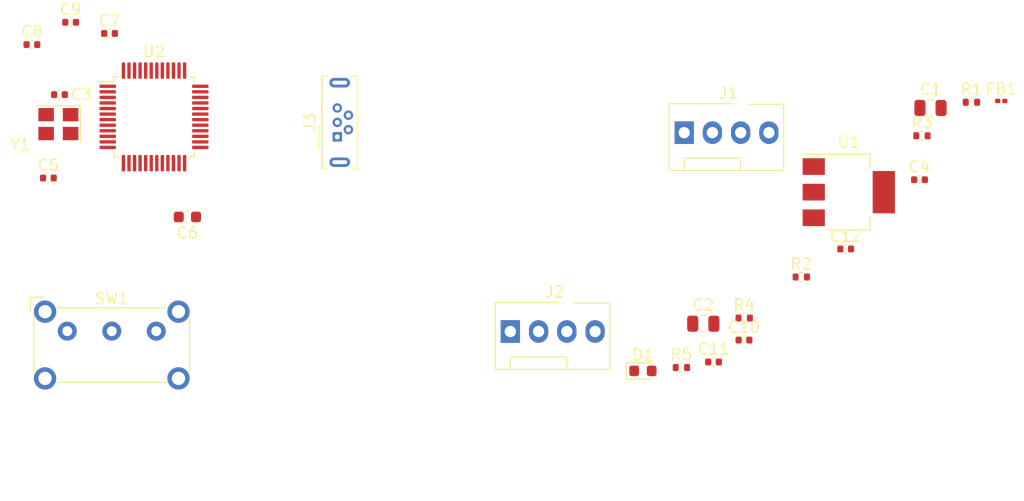
<source format=kicad_pcb>
(kicad_pcb (version 20211014) (generator pcbnew)
  (layers (0 "F.Cu" signal) (31 "B.Cu" power) (34 "B.Paste" user) (35 "F.Paste" user) (36 "B.SilkS" user "B.Silkscreen") (37 "F.SilkS" user "F.Silkscreen") (38 "B.Mask" user) (39 "F.Mask" user) (44 "Edge.Cuts" user))
  (net 0 "")
  (net 1 "VBUS")
  (net 2 "GND")
  (net 3 "+3.3V")
  (net 4 "/HSE_OUT")
  (net 5 "/NRESET")
  (net 6 "/HSE_IN")
  (net 7 "+3.3VA")
  (net 8 "/PW_LED_K")
  (net 9 "/I2C_CLK")
  (net 10 "/I2C_DATA")
  (net 11 "/SW_DIO")
  (net 12 "/SW_CLK")
  (net 13 "/USB_D-")
  (net 14 "/USB_D+")
  (net 17 "/SWBOOT")
  (net 18 "Net-(R4-Pad2)")
  (footprint "Capacitor_SMD:C_0805_2012Metric" (layer "F.Cu") (at 147.32 76.2)
    (fp_text reference "C1" (at 0 -1.68) (layer "F.SilkS"))
    (fp_text value "22u")
    (fp_line (start -0.261252 0.735) (end 0.261252 0.735) (layer "F.SilkS") (width 0.12))
    (fp_line (start -0.261252 -0.735) (end 0.261252 -0.735) (layer "F.SilkS") (width 0.12))
    (pad "1" smd roundrect (at -0.95 0) (size 1 1.45) (layers "F.Cu" "F.Paste" "F.Mask") (net 1 "VBUS"))
    (pad "2" smd roundrect (at 0.95 0) (size 1 1.45) (layers "F.Cu" "F.Paste" "F.Mask") (net 2 "GND"))
  )
  (footprint "Capacitor_SMD:C_0402_1005Metric" (layer "F.Cu") (at 127.81 99.04)
    (fp_text reference "C11" (at 0 -1.16) (layer "F.SilkS"))
    (fp_text value "1u")
    (fp_line (start -0.107836 0.36) (end 0.107836 0.36) (layer "F.SilkS") (width 0.12))
    (fp_line (start -0.107836 -0.36) (end 0.107836 -0.36) (layer "F.SilkS") (width 0.12))
    (pad "1" smd roundrect (at -0.48 0) (size 0.56 0.62) (layers "F.Cu" "F.Paste" "F.Mask") (net 7 "+3.3VA"))
    (pad "2" smd roundrect (at 0.48 0) (size 0.56 0.62) (layers "F.Cu" "F.Paste" "F.Mask") (net 2 "GND"))
  )
  (footprint "Package_QFP:LQFP-48_7x7mm_P0.5mm" (layer "F.Cu") (at 77.5 77)
    (fp_text reference "U2" (at 0 -5.85) (layer "F.SilkS"))
    (fp_text value "STM32F103C8Tx")
    (fp_line (start -3.16 3.61) (end -3.61 3.61) (layer "F.SilkS") (width 0.12))
    (fp_line (start -3.61 3.61) (end -3.61 3.16) (layer "F.SilkS") (width 0.12))
    (fp_line (start 3.16 -3.61) (end 3.61 -3.61) (layer "F.SilkS") (width 0.12))
    (fp_line (start 3.61 -3.61) (end 3.61 -3.16) (layer "F.SilkS") (width 0.12))
    (fp_line (start -3.16 -3.61) (end -3.61 -3.61) (layer "F.SilkS") (width 0.12))
    (fp_line (start 3.16 3.61) (end 3.61 3.61) (layer "F.SilkS") (width 0.12))
    (fp_line (start -3.61 -3.61) (end -3.61 -3.16) (layer "F.SilkS") (width 0.12))
    (fp_line (start -3.61 -3.16) (end -4.9 -3.16) (layer "F.SilkS") (width 0.12))
    (fp_line (start 3.61 3.61) (end 3.61 3.16) (layer "F.SilkS") (width 0.12))
    (pad "1" smd roundrect (at -4.1625 -2.75) (size 1.475 0.3) (layers "F.Cu" "F.Paste" "F.Mask") (net 3 "+3.3V"))
    (pad "2" smd roundrect (at -4.1625 -2.25) (size 1.475 0.3) (layers "F.Cu" "F.Paste" "F.Mask"))
    (pad "3" smd roundrect (at -4.1625 -1.75) (size 1.475 0.3) (layers "F.Cu" "F.Paste" "F.Mask"))
    (pad "4" smd roundrect (at -4.1625 -1.25) (size 1.475 0.3) (layers "F.Cu" "F.Paste" "F.Mask"))
    (pad "5" smd roundrect (at -4.1625 -0.75) (size 1.475 0.3) (layers "F.Cu" "F.Paste" "F.Mask") (net 4 "/HSE_OUT"))
    (pad "6" smd roundrect (at -4.1625 -0.25) (size 1.475 0.3) (layers "F.Cu" "F.Paste" "F.Mask") (net 6 "/HSE_IN"))
    (pad "7" smd roundrect (at -4.1625 0.25) (size 1.475 0.3) (layers "F.Cu" "F.Paste" "F.Mask") (net 5 "/NRESET"))
    (pad "8" smd roundrect (at -4.1625 0.75) (size 1.475 0.3) (layers "F.Cu" "F.Paste" "F.Mask") (net 2 "GND"))
    (pad "9" smd roundrect (at -4.1625 1.25) (size 1.475 0.3) (layers "F.Cu" "F.Paste" "F.Mask") (net 7 "+3.3VA"))
    (pad "10" smd roundrect (at -4.1625 1.75) (size 1.475 0.3) (layers "F.Cu" "F.Paste" "F.Mask"))
    (pad "11" smd roundrect (at -4.1625 2.25) (size 1.475 0.3) (layers "F.Cu" "F.Paste" "F.Mask"))
    (pad "12" smd roundrect (at -4.1625 2.75) (size 1.475 0.3) (layers "F.Cu" "F.Paste" "F.Mask"))
    (pad "13" smd roundrect (at -2.75 4.1625) (size 0.3 1.475) (layers "F.Cu" "F.Paste" "F.Mask"))
    (pad "14" smd roundrect (at -2.25 4.1625) (size 0.3 1.475) (layers "F.Cu" "F.Paste" "F.Mask"))
    (pad "15" smd roundrect (at -1.75 4.1625) (size 0.3 1.475) (layers "F.Cu" "F.Paste" "F.Mask"))
    (pad "16" smd roundrect (at -1.25 4.1625) (size 0.3 1.475) (layers "F.Cu" "F.Paste" "F.Mask"))
    (pad "17" smd roundrect (at -0.75 4.1625) (size 0.3 1.475) (layers "F.Cu" "F.Paste" "F.Mask"))
    (pad "18" smd roundrect (at -0.25 4.1625) (size 0.3 1.475) (layers "F.Cu" "F.Paste" "F.Mask"))
    (pad "19" smd roundrect (at 0.25 4.1625) (size 0.3 1.475) (layers "F.Cu" "F.Paste" "F.Mask"))
    (pad "20" smd roundrect (at 0.75 4.1625) (size 0.3 1.475) (layers "F.Cu" "F.Paste" "F.Mask"))
    (pad "21" smd roundrect (at 1.25 4.1625) (size 0.3 1.475) (layers "F.Cu" "F.Paste" "F.Mask") (net 9 "/I2C_CLK"))
    (pad "22" smd roundrect (at 1.75 4.1625) (size 0.3 1.475) (layers "F.Cu" "F.Paste" "F.Mask") (net 10 "/I2C_DATA"))
    (pad "23" smd roundrect (at 2.25 4.1625) (size 0.3 1.475) (layers "F.Cu" "F.Paste" "F.Mask") (net 2 "GND"))
    (pad "24" smd roundrect (at 2.75 4.1625) (size 0.3 1.475) (layers "F.Cu" "F.Paste" "F.Mask") (net 3 "+3.3V"))
    (pad "25" smd roundrect (at 4.1625 2.75) (size 1.475 0.3) (layers "F.Cu" "F.Paste" "F.Mask"))
    (pad "26" smd roundrect (at 4.1625 2.25) (size 1.475 0.3) (layers "F.Cu" "F.Paste" "F.Mask"))
    (pad "27" smd roundrect (at 4.1625 1.75) (size 1.475 0.3) (layers "F.Cu" "F.Paste" "F.Mask"))
    (pad "28" smd roundrect (at 4.1625 1.25) (size 1.475 0.3) (layers "F.Cu" "F.Paste" "F.Mask"))
    (pad "29" smd roundrect (at 4.1625 0.75) (size 1.475 0.3) (layers "F.Cu" "F.Paste" "F.Mask"))
    (pad "30" smd roundrect (at 4.1625 0.25) (size 1.475 0.3) (layers "F.Cu" "F.Paste" "F.Mask"))
    (pad "31" smd roundrect (at 4.1625 -0.25) (size 1.475 0.3) (layers "F.Cu" "F.Paste" "F.Mask"))
    (pad "32" smd roundrect (at 4.1625 -0.75) (size 1.475 0.3) (layers "F.Cu" "F.Paste" "F.Mask") (net 13 "/USB_D-"))
    (pad "33" smd roundrect (at 4.1625 -1.25) (size 1.475 0.3) (layers "F.Cu" "F.Paste" "F.Mask") (net 14 "/USB_D+"))
    (pad "34" smd roundrect (at 4.1625 -1.75) (size 1.475 0.3) (layers "F.Cu" "F.Paste" "F.Mask") (net 11 "/SW_DIO"))
    (pad "35" smd roundrect (at 4.1625 -2.25) (size 1.475 0.3) (layers "F.Cu" "F.Paste" "F.Mask") (net 2 "GND"))
    (pad "36" smd roundrect (at 4.1625 -2.75) (size 1.475 0.3) (layers "F.Cu" "F.Paste" "F.Mask") (net 3 "+3.3V"))
    (pad "37" smd roundrect (at 2.75 -4.1625) (size 0.3 1.475) (layers "F.Cu" "F.Paste" "F.Mask") (net 12 "/SW_CLK"))
    (pad "38" smd roundrect (at 2.25 -4.1625) (size 0.3 1.475) (layers "F.Cu" "F.Paste" "F.Mask"))
    (pad "39" smd roundrect (at 1.75 -4.1625) (size 0.3 1.475) (layers "F.Cu" "F.Paste" "F.Mask"))
    (pad "40" smd roundrect (at 1.25 -4.1625) (size 0.3 1.475) (layers "F.Cu" "F.Paste" "F.Mask"))
    (pad "41" smd roundrect (at 0.75 -4.1625) (size 0.3 1.475) (layers "F.Cu" "F.Paste" "F.Mask"))
    (pad "42" smd roundrect (at 0.25 -4.1625) (size 0.3 1.475) (layers "F.Cu" "F.Paste" "F.Mask"))
    (pad "43" smd roundrect (at -0.25 -4.1625) (size 0.3 1.475) (layers "F.Cu" "F.Paste" "F.Mask"))
    (pad "44" smd roundrect (at -0.75 -4.1625) (size 0.3 1.475) (layers "F.Cu" "F.Paste" "F.Mask") (net 18 "Net-(R4-Pad2)"))
    (pad "45" smd roundrect (at -1.25 -4.1625) (size 0.3 1.475) (layers "F.Cu" "F.Paste" "F.Mask"))
    (pad "46" smd roundrect (at -1.75 -4.1625) (size 0.3 1.475) (layers "F.Cu" "F.Paste" "F.Mask"))
    (pad "47" smd roundrect (at -2.25 -4.1625) (size 0.3 1.475) (layers "F.Cu" "F.Paste" "F.Mask") (net 2 "GND"))
    (pad "48" smd roundrect (at -2.75 -4.1625) (size 0.3 1.475) (layers "F.Cu" "F.Paste" "F.Mask") (net 3 "+3.3V"))
  )
  (footprint "Capacitor_SMD:C_0402_1005Metric" (layer "F.Cu") (at 130.55 97.07)
    (fp_text reference "C10" (at 0 -1.16) (layer "F.SilkS"))
    (fp_text value "10n")
    (fp_line (start -0.107836 -0.36) (end 0.107836 -0.36) (layer "F.SilkS") (width 0.12))
    (fp_line (start -0.107836 0.36) (end 0.107836 0.36) (layer "F.SilkS") (width 0.12))
    (pad "1" smd roundrect (at -0.48 0) (size 0.56 0.62) (layers "F.Cu" "F.Paste" "F.Mask") (net 7 "+3.3VA"))
    (pad "2" smd roundrect (at 0.48 0) (size 0.56 0.62) (layers "F.Cu" "F.Paste" "F.Mask") (net 2 "GND"))
  )
  (footprint "Package_TO_SOT_SMD:SOT-223-3_TabPin2" (layer "F.Cu") (at 139.97 83.77)
    (fp_text reference "U1" (at 0 -4.5) (layer "F.SilkS"))
    (fp_text value "AMS1117-3.3")
    (fp_line (start 1.91 3.41) (end 1.91 2.15) (layer "F.SilkS") (width 0.12))
    (fp_line (start 1.91 -3.41) (end 1.91 -2.15) (layer "F.SilkS") (width 0.12))
    (fp_line (start -1.85 3.41) (end 1.91 3.41) (layer "F.SilkS") (width 0.12))
    (fp_line (start -4.1 -3.41) (end 1.91 -3.41) (layer "F.SilkS") (width 0.12))
    (pad "1" smd rect (at -3.15 -2.3) (size 2 1.5) (layers "F.Cu" "F.Paste" "F.Mask") (net 2 "GND"))
    (pad "2" smd rect (at 3.15 0) (size 2 3.8) (layers "F.Cu" "F.Paste" "F.Mask") (net 3 "+3.3V"))
    (pad "2" smd rect (at -3.15 0) (size 2 1.5) (layers "F.Cu" "F.Paste" "F.Mask") (net 3 "+3.3V"))
    (pad "3" smd rect (at -3.15 2.3) (size 2 1.5) (layers "F.Cu" "F.Paste" "F.Mask") (net 1 "VBUS"))
  )
  (footprint "Capacitor_SMD:C_0402_1005Metric" (layer "F.Cu") (at 146.33 82.65)
    (fp_text reference "C4" (at 0 -1.16) (layer "F.SilkS"))
    (fp_text value "100n")
    (fp_line (start -0.107836 0.36) (end 0.107836 0.36) (layer "F.SilkS") (width 0.12))
    (fp_line (start -0.107836 -0.36) (end 0.107836 -0.36) (layer "F.SilkS") (width 0.12))
    (pad "1" smd roundrect (at -0.48 0) (size 0.56 0.62) (layers "F.Cu" "F.Paste" "F.Mask") (net 5 "/NRESET"))
    (pad "2" smd roundrect (at 0.48 0) (size 0.56 0.62) (layers "F.Cu" "F.Paste" "F.Mask") (net 2 "GND"))
  )
  (footprint "Connector_USB:USB_Micro-B_Wuerth_614105150721_Vertical" (layer "F.Cu") (at 93.98 78.8 90)
    (fp_text reference "J3" (at 1.3 -2.48 90) (layer "F.SilkS"))
    (fp_text value "USB_B_Mini")
    (fp_line (start -2.85 -0.905) (end -2.85 -1.38) (layer "F.SilkS") (width 0.15))
    (fp_line (start -2.85 -1.38) (end 5.45 -1.38) (layer "F.SilkS") (width 0.15))
    (fp_line (start 5.45 1.82) (end 5.45 1.345) (layer "F.SilkS") (width 0.15))
    (fp_line (start -1 -1.68) (end 1 -1.68) (layer "F.SilkS") (width 0.15))
    (fp_line (start 5.45 -1.38) (end 5.45 -0.905) (layer "F.SilkS") (width 0.15))
    (fp_line (start -2.85 1.82) (end 5.45 1.82) (layer "F.SilkS") (width 0.15))
    (fp_line (start -2.85 1.345) (end -2.85 1.82) (layer "F.SilkS") (width 0.15))
    (pad "1" thru_hole rect (at 0 0 90) (size 0.84 0.84) (drill 0.44) (layers *.Cu *.Mask) (net 1 "VBUS"))
    (pad "2" thru_hole circle (at 0.65 1 90) (size 0.84 0.84) (drill 0.44) (layers *.Cu *.Mask) (net 13 "/USB_D-"))
    (pad "3" thru_hole circle (at 1.3 0 90) (size 0.84 0.84) (drill 0.44) (layers *.Cu *.Mask) (net 14 "/USB_D+"))
    (pad "4" thru_hole circle (at 1.95 1 90) (size 0.84 0.84) (drill 0.44) (layers *.Cu *.Mask))
    (pad "5" thru_hole circle (at 2.6 0 90) (size 0.84 0.84) (drill 0.44) (layers *.Cu *.Mask) (net 2 "GND"))
    (pad "6" thru_hole oval (at -2.275 0.22 90) (size 0.85 1.85) (drill oval 0.35 1.35) (layers *.Cu *.Mask))
    (pad "6" thru_hole oval (at 4.875 0.22 90) (size 0.85 1.85) (drill oval 0.35 1.35) (layers *.Cu *.Mask))
  )
  (footprint "Resistor_SMD:R_0402_1005Metric" (layer "F.Cu") (at 146.55 78.7)
    (fp_text reference "R3" (at 0 -1.17) (layer "F.SilkS"))
    (fp_text value "1k5")
    (fp_line (start -0.153641 -0.38) (end 0.153641 -0.38) (layer "F.SilkS") (width 0.12))
    (fp_line (start -0.153641 0.38) (end 0.153641 0.38) (layer "F.SilkS") (width 0.12))
    (pad "1" smd roundrect (at -0.51 0) (size 0.54 0.64) (layers "F.Cu" "F.Paste" "F.Mask") (net 3 "+3.3V"))
    (pad "2" smd roundrect (at 0.51 0) (size 0.54 0.64) (layers "F.Cu" "F.Paste" "F.Mask") (net 10 "/I2C_DATA"))
  )
  (footprint "Capacitor_SMD:C_0402_1005Metric" (layer "F.Cu") (at 66.52 70.5)
    (fp_text reference "C8" (at 0 -1.16) (layer "F.SilkS"))
    (fp_text value "100n")
    (fp_line (start -0.107836 0.36) (end 0.107836 0.36) (layer "F.SilkS") (width 0.12))
    (fp_line (start -0.107836 -0.36) (end 0.107836 -0.36) (layer "F.SilkS") (width 0.12))
    (pad "1" smd roundrect (at -0.48 0) (size 0.56 0.62) (layers "F.Cu" "F.Paste" "F.Mask") (net 3 "+3.3V"))
    (pad "2" smd roundrect (at 0.48 0) (size 0.56 0.62) (layers "F.Cu" "F.Paste" "F.Mask") (net 2 "GND"))
  )
  (footprint "Capacitor_SMD:C_0402_1005Metric" (layer "F.Cu") (at 69 75 180)
    (fp_text reference "C3" (at -2 0) (layer "F.SilkS"))
    (fp_text value "10p")
    (fp_line (start -0.107836 0.36) (end 0.107836 0.36) (layer "F.SilkS") (width 0.12))
    (fp_line (start -0.107836 -0.36) (end 0.107836 -0.36) (layer "F.SilkS") (width 0.12))
    (pad "1" smd roundrect (at -0.48 0 180) (size 0.56 0.62) (layers "F.Cu" "F.Paste" "F.Mask") (net 4 "/HSE_OUT"))
    (pad "2" smd roundrect (at 0.48 0 180) (size 0.56 0.62) (layers "F.Cu" "F.Paste" "F.Mask") (net 2 "GND"))
  )
  (footprint "Button_Switch_THT:SW_E-Switch_EG1224_SPDT_Angled" (layer "F.Cu") (at 69.7025 96.2675)
    (fp_text reference "SW1" (at 4 -2.95) (layer "F.SilkS"))
    (fp_text value "SW_SPDT")
    (fp_line (start 8.95 4.6) (end -0.95 4.6) (layer "F.SilkS") (width 0.12))
    (fp_line (start -3.3 -3.05) (end -2 -3.05) (layer "F.SilkS") (width 0.12))
    (fp_line (start 11 -1.35) (end 11 3.85) (layer "F.SilkS") (width 0.12))
    (fp_line (start -3.3 -1.75) (end -3.3 -3.05) (layer "F.SilkS") (width 0.12))
    (fp_line (start -0.95 -2.1) (end 8.95 -2.1) (layer "F.SilkS") (width 0.12))
    (fp_line (start -3 3.85) (end -3 -1.35) (layer "F.SilkS") (width 0.12))
    (pad "" thru_hole circle (at -2 -1.75) (size 2 2) (drill 1.2) (layers *.Cu *.Mask))
    (pad "" thru_hole circle (at 10 -1.75) (size 2 2) (drill 1.2) (layers *.Cu *.Mask))
    (pad "" thru_hole circle (at 10 4.25) (size 2 2) (drill 1.2) (layers *.Cu *.Mask))
    (pad "" thru_hole circle (at -2 4.25) (size 2 2) (drill 1.2) (layers *.Cu *.Mask))
    (pad "1" thru_hole circle (at 0 0) (size 1.7 1.7) (drill 0.9) (layers *.Cu *.Mask) (net 2 "GND"))
    (pad "2" thru_hole circle (at 4 0) (size 1.7 1.7) (drill 0.9) (layers *.Cu *.Mask) (net 17 "/SWBOOT"))
    (pad "3" thru_hole circle (at 8 0) (size 1.7 1.7) (drill 0.9) (layers *.Cu *.Mask) (net 3 "+3.3V"))
  )
  (footprint "Capacitor_SMD:C_0603_1608Metric" (layer "F.Cu") (at 80.5 86 180)
    (fp_text reference "C6" (at 0 -1.43) (layer "F.SilkS"))
    (fp_text value "10u")
    (fp_line (start -0.14058 0.51) (end 0.14058 0.51) (layer "F.SilkS") (width 0.12))
    (fp_line (start -0.14058 -0.51) (end 0.14058 -0.51) (layer "F.SilkS") (width 0.12))
    (pad "1" smd roundrect (at -0.775 0 180) (size 0.9 0.95) (layers "F.Cu" "F.Paste" "F.Mask") (net 3 "+3.3V"))
    (pad "2" smd roundrect (at 0.775 0 180) (size 0.9 0.95) (layers "F.Cu" "F.Paste" "F.Mask") (net 2 "GND"))
  )
  (footprint "Connector:FanPinHeader_1x04_P2.54mm_Vertical" (layer "F.Cu") (at 125.17 78.42)
    (fp_text reference "J1" (at 4 -3.55) (layer "F.SilkS"))
    (fp_text value "Conn_01x04_Male")
    (fp_line (start 0 3.3) (end 0 2.29) (layer "F.SilkS") (width 0.12))
    (fp_line (start -1.35 -2.6) (end 4.4 -2.6) (layer "F.SilkS") (width 0.12))
    (fp_line (start 8.95 3.4) (end -1.35 3.4) (layer "F.SilkS") (width 0.12))
    (fp_line (start 0 2.29) (end 5.08 2.29) (layer "F.SilkS") (width 0.12))
    (fp_line (start 8.95 -2.55) (end 8.95 3.4) (layer "F.SilkS") (width 0.12))
    (fp_line (start 5.08 2.29) (end 5.08 3.3) (layer "F.SilkS") (width 0.12))
    (fp_line (start -1.35 3.4) (end -1.35 -2.6) (layer "F.SilkS") (width 0.12))
    (fp_line (start 5.75 -2.55) (end 8.95 -2.55) (layer "F.SilkS") (width 0.12))
    (pad "" np_thru_hole circle (at 5.08 -2.16 90) (size 1.1 1.1) (drill 1.1) (layers *.Cu *.Mask))
    (pad "1" thru_hole rect (at 0 0 90) (size 2.03 1.73) (drill 1.02) (layers *.Cu *.Mask) (net 3 "+3.3V"))
    (pad "2" thru_hole oval (at 2.54 0 90) (size 2.03 1.73) (drill 1.02) (layers *.Cu *.Mask) (net 9 "/I2C_CLK"))
    (pad "3" thru_hole oval (at 5.08 0 90) (size 2.03 1.73) (drill 1.02) (layers *.Cu *.Mask) (net 10 "/I2C_DATA"))
    (pad "4" thru_hole oval (at 7.62 0 90) (size 2.03 1.73) (drill 1.02) (layers *.Cu *.Mask) (net 2 "GND"))
  )
  (footprint "Resistor_SMD:R_0402_1005Metric" (layer "F.Cu") (at 151 75.69)
    (fp_text reference "R1" (at 0 -1.17) (layer "F.SilkS"))
    (fp_text value "1k5")
    (fp_line (start -0.153641 -0.38) (end 0.153641 -0.38) (layer "F.SilkS") (width 0.12))
    (fp_line (start -0.153641 0.38) (end 0.153641 0.38) (layer "F.SilkS") (width 0.12))
    (pad "1" smd roundrect (at -0.51 0) (size 0.54 0.64) (layers "F.Cu" "F.Paste" "F.Mask") (net 8 "/PW_LED_K"))
    (pad "2" smd roundrect (at 0.51 0) (size 0.54 0.64) (layers "F.Cu" "F.Paste" "F.Mask") (net 2 "GND"))
  )
  (footprint "Inductor_SMD:L_0201_0603Metric" (layer "F.Cu") (at 153.68 75.57)
    (fp_text reference "FB1" (at 0 -1.05) (layer "F.SilkS"))
    (fp_text value "120R")
    (pad "1" smd roundrect (at -0.32 0) (size 0.46 0.4) (layers "F.Cu" "F.Mask") (net 7 "+3.3VA"))
    (pad "2" smd roundrect (at 0.32 0) (size 0.46 0.4) (layers "F.Cu" "F.Mask") (net 3 "+3.3V"))
  )
  (footprint "LED_SMD:LED_0603_1608Metric" (layer "F.Cu") (at 121.46 99.84)
    (fp_text reference "D1" (at 0 -1.43) (layer "F.SilkS"))
    (fp_text value "RED")
    (fp_line (start 0.8 -0.735) (end -1.485 -0.735) (layer "F.SilkS") (width 0.12))
    (fp_line (start -1.485 -0.735) (end -1.485 0.735) (layer "F.SilkS") (width 0.12))
    (fp_line (start -1.485 0.735) (end 0.8 0.735) (layer "F.SilkS") (width 0.12))
    (pad "1" smd roundrect (at -0.7875 0) (size 0.875 0.95) (layers "F.Cu" "F.Paste" "F.Mask") (net 8 "/PW_LED_K"))
    (pad "2" smd roundrect (at 0.7875 0) (size 0.875 0.95) (layers "F.Cu" "F.Paste" "F.Mask") (net 3 "+3.3V"))
  )
  (footprint "Resistor_SMD:R_0402_1005Metric" (layer "F.Cu") (at 124.92 99.54)
    (fp_text reference "R5" (at 0 -1.17) (layer "F.SilkS"))
    (fp_text value "1k5")
    (fp_line (start -0.153641 -0.38) (end 0.153641 -0.38) (layer "F.SilkS") (width 0.12))
    (fp_line (start -0.153641 0.38) (end 0.153641 0.38) (layer "F.SilkS") (width 0.12))
    (pad "1" smd roundrect (at -0.51 0) (size 0.54 0.64) (layers "F.Cu" "F.Paste" "F.Mask") (net 3 "+3.3V"))
    (pad "2" smd roundrect (at 0.51 0) (size 0.54 0.64) (layers "F.Cu" "F.Paste" "F.Mask") (net 14 "/USB_D+"))
  )
  (footprint "Capacitor_SMD:C_0805_2012Metric" (layer "F.Cu") (at 126.89 95.6)
    (fp_text reference "C2" (at 0 -1.68) (layer "F.SilkS"))
    (fp_text value "22u")
    (fp_line (start -0.261252 -0.735) (end 0.261252 -0.735) (layer "F.SilkS") (width 0.12))
    (fp_line (start -0.261252 0.735) (end 0.261252 0.735) (layer "F.SilkS") (width 0.12))
    (pad "1" smd roundrect (at -0.95 0) (size 1 1.45) (layers "F.Cu" "F.Paste" "F.Mask") (net 3 "+3.3V"))
    (pad "2" smd roundrect (at 0.95 0) (size 1 1.45) (layers "F.Cu" "F.Paste" "F.Mask") (net 2 "GND"))
  )
  (footprint "Crystal:Crystal_SMD_3225-4Pin_3.2x2.5mm" (layer "F.Cu") (at 68.9 77.65 180)
    (fp_text reference "Y1" (at 3.4 -1.85) (layer "F.SilkS"))
    (fp_text value "16MHZ")
    (fp_line (start -2 1.65) (end 2 1.65) (layer "F.SilkS") (width 0.12))
    (fp_line (start -2 -1.65) (end -2 1.65) (layer "F.SilkS") (width 0.12))
    (pad "1" smd rect (at -1.1 0.85 180) (size 1.4 1.2) (layers "F.Cu" "F.Paste" "F.Mask") (net 4 "/HSE_OUT"))
    (pad "2" smd rect (at 1.1 0.85 180) (size 1.4 1.2) (layers "F.Cu" "F.Paste" "F.Mask") (net 2 "GND"))
    (pad "3" smd rect (at 1.1 -0.85 180) (size 1.4 1.2) (layers "F.Cu" "F.Paste" "F.Mask") (net 6 "/HSE_IN"))
    (pad "4" smd rect (at -1.1 -0.85 180) (size 1.4 1.2) (layers "F.Cu" "F.Paste" "F.Mask") (net 2 "GND"))
  )
  (footprint "Connector:FanPinHeader_1x04_P2.54mm_Vertical" (layer "F.Cu") (at 109.54 96.3)
    (fp_text reference "J2" (at 4 -3.55) (layer "F.SilkS"))
    (fp_text value "Conn_01x04_Male")
    (fp_line (start 8.95 3.4) (end -1.35 3.4) (layer "F.SilkS") (width 0.12))
    (fp_line (start 5.75 -2.55) (end 8.95 -2.55) (layer "F.SilkS") (width 0.12))
    (fp_line (start 5.08 2.29) (end 5.08 3.3) (layer "F.SilkS") (width 0.12))
    (fp_line (start -1.35 3.4) (end -1.35 -2.6) (layer "F.SilkS") (width 0.12))
    (fp_line (start -1.35 -2.6) (end 4.4 -2.6) (layer "F.SilkS") (width 0.12))
    (fp_line (start 0 2.29) (end 5.08 2.29) (layer "F.SilkS") (width 0.12))
    (fp_line (start 0 3.3) (end 0 2.29) (layer "F.SilkS") (width 0.12))
    (fp_line (start 8.95 -2.55) (end 8.95 3.4) (layer "F.SilkS") (width 0.12))
    (pad "" np_thru_hole circle (at 5.08 -2.16 90) (size 1.1 1.1) (drill 1.1) (layers *.Cu *.Mask))
    (pad "1" thru_hole rect (at 0 0 90) (size 2.03 1.73) (drill 1.02) (layers *.Cu *.Mask) (net 3 "+3.3V"))
    (pad "2" thru_hole oval (at 2.54 0 90) (size 2.03 1.73) (drill 1.02) (layers *.Cu *.Mask) (net 11 "/SW_DIO"))
    (pad "3" thru_hole oval (at 5.08 0 90) (size 2.03 1.73) (drill 1.02) (layers *.Cu *.Mask) (net 12 "/SW_CLK"))
    (pad "4" thru_hole oval (at 7.62 0 90) (size 2.03 1.73) (drill 1.02) (layers *.Cu *.Mask) (net 2 "GND"))
  )
  (footprint "Resistor_SMD:R_0402_1005Metric" (layer "F.Cu") (at 135.7 91.4)
    (fp_text reference "R2" (at 0 -1.17) (layer "F.SilkS"))
    (fp_text value "1k5")
    (fp_line (start -0.153641 0.38) (end 0.153641 0.38) (layer "F.SilkS") (width 0.12))
    (fp_line (start -0.153641 -0.38) (end 0.153641 -0.38) (layer "F.SilkS") (width 0.12))
    (pad "1" smd roundrect (at -0.51 0) (size 0.54 0.64) (layers "F.Cu" "F.Paste" "F.Mask") (net 3 "+3.3V"))
    (pad "2" smd roundrect (at 0.51 0) (size 0.54 0.64) (layers "F.Cu" "F.Paste" "F.Mask") (net 9 "/I2C_CLK"))
  )
  (footprint "Capacitor_SMD:C_0402_1005Metric" (layer "F.Cu") (at 68 82.5)
    (fp_text reference "C5" (at 0 -1.16) (layer "F.SilkS"))
    (fp_text value "10p")
    (fp_line (start -0.107836 0.36) (end 0.107836 0.36) (layer "F.SilkS") (width 0.12))
    (fp_line (start -0.107836 -0.36) (end 0.107836 -0.36) (layer "F.SilkS") (width 0.12))
    (pad "1" smd roundrect (at -0.48 0) (size 0.56 0.62) (layers "F.Cu" "F.Paste" "F.Mask") (net 6 "/HSE_IN"))
    (pad "2" smd roundrect (at 0.48 0) (size 0.56 0.62) (layers "F.Cu" "F.Paste" "F.Mask") (net 2 "GND"))
  )
  (footprint "Resistor_SMD:R_0402_1005Metric" (layer "F.Cu") (at 130.57 95.09)
    (fp_text reference "R4" (at 0 -1.17) (layer "F.SilkS"))
    (fp_text value "10k")
    (fp_line (start -0.153641 0.38) (end 0.153641 0.38) (layer "F.SilkS") (width 0.12))
    (fp_line (start -0.153641 -0.38) (end 0.153641 -0.38) (layer "F.SilkS") (width 0.12))
    (pad "1" smd roundrect (at -0.51 0) (size 0.54 0.64) (layers "F.Cu" "F.Paste" "F.Mask") (net 17 "/SWBOOT"))
    (pad "2" smd roundrect (at 0.51 0) (size 0.54 0.64) (layers "F.Cu" "F.Paste" "F.Mask") (net 18 "Net-(R4-Pad2)"))
  )
  (footprint "Capacitor_SMD:C_0402_1005Metric" (layer "F.Cu") (at 73.5 69.5)
    (fp_text reference "C7" (at 0 -1.16) (layer "F.SilkS"))
    (fp_text value "100n")
    (fp_line (start -0.107836 0.36) (end 0.107836 0.36) (layer "F.SilkS") (width 0.12))
    (fp_line (start -0.107836 -0.36) (end 0.107836 -0.36) (layer "F.SilkS") (width 0.12))
    (pad "1" smd roundrect (at -0.48 0) (size 0.56 0.62) (layers "F.Cu" "F.Paste" "F.Mask") (net 3 "+3.3V"))
    (pad "2" smd roundrect (at 0.48 0) (size 0.56 0.62) (layers "F.Cu" "F.Paste" "F.Mask") (net 2 "GND"))
  )
  (footprint "Capacitor_SMD:C_0402_1005Metric" (layer "F.Cu") (at 70 68.5)
    (fp_text reference "C9" (at 0 -1.16) (layer "F.SilkS"))
    (fp_text value "100n")
    (fp_line (start -0.107836 -0.36) (end 0.107836 -0.36) (layer "F.SilkS") (width 0.12))
    (fp_line (start -0.107836 0.36) (end 0.107836 0.36) (layer "F.SilkS") (width 0.12))
    (pad "1" smd roundrect (at -0.48 0) (size 0.56 0.62) (layers "F.Cu" "F.Paste" "F.Mask") (net 3 "+3.3V"))
    (pad "2" smd roundrect (at 0.48 0) (size 0.56 0.62) (layers "F.Cu" "F.Paste" "F.Mask") (net 2 "GND"))
  )
  (footprint "Capacitor_SMD:C_0402_1005Metric" (layer "F.Cu") (at 139.69 88.88)
    (fp_text reference "C12" (at 0 -1.16) (layer "F.SilkS"))
    (fp_text value "1u")
    (fp_line (start -0.107836 0.36) (end 0.107836 0.36) (layer "F.SilkS") (width 0.12))
    (fp_line (start -0.107836 -0.36) (end 0.107836 -0.36) (layer "F.SilkS") (width 0.12))
    (pad "1" smd roundrect (at -0.48 0) (size 0.56 0.62) (layers "F.Cu" "F.Paste" "F.Mask") (net 3 "+3.3V"))
    (pad "2" smd roundrect (at 0.48 0) (size 0.56 0.62) (layers "F.Cu" "F.Paste" "F.Mask") (net 2 "GND"))
  )
)
</source>
